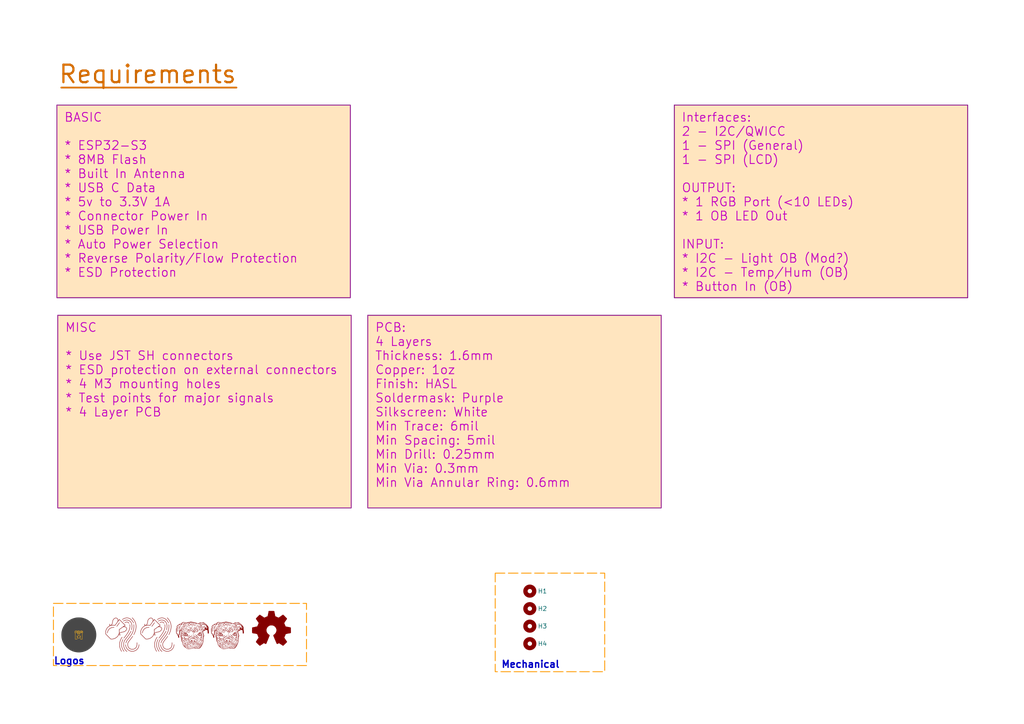
<source format=kicad_sch>
(kicad_sch (version 20250114) (generator "eeschema") (generator_version "9.0")
  (paper "A4")
  (title_block (title "Aquarius Hub") (date "<<release-date>>") (rev "<<tag>>") (comment 1 "<<hash>>"))
  (lib_symbols
    (symbol "CRGM Logos:Aquarius Logo")
    (symbol "CRGM Logos:CRGM Logo")
    (symbol "CRGM Logos:Roxy Logo" (in_bom no))
    (symbol "Graphic:Logo_Open_Hardware_Small" (in_bom no) (on_board no))
    (symbol "Mechanical:MountingHole" (pin_names (offset 1.016)) (in_bom no)
      (property "Reference" "H" (at 0 5.08 0))
      (property "Value" "MountingHole" (at 0 3.175 0))
    )
  )
  (rectangle (start 143.637 166.243) (end 175.387 194.818) (stroke (width 0.254) (type dash) (color 255 153 0 1)))
  (rectangle (start 15.494 175.006) (end 88.9 193.04) (stroke (width 0.254) (type dash) (color 255 153 0 1)))
  (text "Mechanical" (at 145.288 194.056 0) (effects (font (size 2 2) (thickness 0.4) (bold yes)) (justify left bottom)))
  (text "Requirements" (at 16.764 18.796 0) (effects (font (size 5.08 5.08) (thickness 0.635) (bold yes)) (justify left top)))
  (text "Logos" (at 15.494 193.04 0) (effects (font (size 2 2) (thickness 0.4) (bold yes)) (justify left bottom)))
  (text_box "BASIC\n\n* ESP32-S3\n* 8MB Flash\n* Built In Antenna\n* USB C Data\n* 5v to 3.3V 1A\n* Connector Power In\n* USB Power In\n* Auto Power Selection\n* Reverse Polarity/Flow Protection\n* ESD Protection" (exclude_from_sim yes) (at 16.51 30.48 0) (size 85.09 55.88) (margins 2.032 2.032 2.032 2.032) (stroke (width 0.254) (color 132 0 132 1)) (fill (type color) (color 255 229 191 1)) (effects (font (size 2.54 2.54) (thickness 0.254) (bold yes)) (justify left top)))
  (text_box "MISC\n\n* Use JST SH connectors\n* ESD protection on external connectors\n* 4 M3 mounting holes\n* Test points for major signals\n* 4 Layer PCB" (exclude_from_sim yes) (at 16.764 91.44 0) (size 85.09 55.88) (margins 2.032 2.032 2.032 2.032) (stroke (width 0.254) (color 132 0 132 1)) (fill (type color) (color 255 229 191 1)) (effects (font (size 2.54 2.54) (thickness 0.254) (bold yes)) (justify left top)))
  (text_box "PCB:\n4 Layers\nThickness: 1.6mm\nCopper: 1oz\nFinish: HASL\nSoldermask: Purple\nSilkscreen: White\nMin Trace: 6mil\nMin Spacing: 5mil\nMin Drill: 0.25mm\nMin Via: 0.3mm\nMin Via Annular Ring: 0.6mm\n\n" (exclude_from_sim yes) (at 106.68 91.44 0) (size 85.09 55.88) (margins 2.032 2.032 2.032 2.032) (stroke (width 0.254) (color 132 0 132 1)) (fill (type color) (color 255 229 191 1)) (effects (font (size 2.54 2.54) (thickness 0.254) (bold yes)) (justify left top)))
  (text_box "Interfaces:\n2 - I2C/QWICC\n1 - SPI (General)\n1 - SPI (LCD)\n\nOUTPUT:\n* 1 RGB Port (<10 LEDs)\n* 1 OB LED Out\n\nINPUT:\n* I2C - Light OB (Mod?)\n* I2C - Temp/Hum (OB)\n* Button In (OB)" (exclude_from_sim yes) (at 195.58 30.48 0) (size 85.09 55.88) (margins 2.032 2.032 2.032 2.032) (stroke (width 0.254) (color 132 0 132 1)) (fill (type color) (color 255 229 191 1)) (effects (font (size 2.54 2.54) (thickness 0.254) (bold yes)) (justify left top)))
  (polyline (pts (xy 17.78 25.4) (xy 68.58 25.4)) (stroke (width 0.508) (color 204 102 0 1)))
  (symbol (lib_id "CRGM Logos:CRGM Logo") (at 22.86 184.15 0) (unit 1)
    (property "Reference" "LOGO1" (effects (hide yes)))
    (property "Footprint" "CRGM Logos:CRGM Logo 7mm" (effects (hide yes)))
  )
  (symbol (lib_id "Graphic:Logo_Open_Hardware_Small") (at 78.74 182.88 0) (unit 1) (in_bom no)
    (property "Reference" "LOGO3" (effects (hide yes)))
    (property "Footprint" "Symbol:OSHW-Logo_5.7x6mm_SilkScreen" (effects (hide yes)))
  )
  (symbol (lib_id "CRGM Logos:Roxy Logo") (at 55.88 184.15 0) (unit 1) (in_bom no)
    (property "Reference" "LOGO5" (effects (hide yes)))
    (property "Footprint" "CRGM Logos:Roxy 6.5mm" (effects (hide yes)))
  )
  (symbol (lib_id "Mechanical:MountingHole") (at 153.67 171.45 0) (unit 1) (in_bom no)
    (property "Reference" "H1" (at 155.956 171.45 0) (effects (justify left)))
    (property "Footprint" "CRGM Mechanical:MountingHole_3.2mm_M3_Pad_Via" (effects (hide yes)))
    (property "Description" "Mounting Hole without connection" (effects (hide yes)))
  )
  (symbol (lib_id "Mechanical:MountingHole") (at 153.67 176.53 0) (unit 1) (in_bom no)
    (property "Reference" "H2" (at 155.956 176.53 0) (effects (justify left)))
    (property "Footprint" "CRGM Mechanical:MountingHole_3.2mm_M3_Pad_Via" (effects (hide yes)))
    (property "Description" "Mounting Hole without connection" (effects (hide yes)))
  )
  (symbol (lib_id "Mechanical:MountingHole") (at 153.67 181.61 0) (unit 1) (in_bom no)
    (property "Reference" "H3" (at 155.956 181.61 0) (effects (justify left)))
    (property "Footprint" "CRGM Mechanical:MountingHole_3.2mm_M3_Pad_Via" (effects (hide yes)))
    (property "Description" "Mounting Hole without connection" (effects (hide yes)))
  )
  (symbol (lib_id "CRGM Logos:Aquarius Logo") (at 45.72 184.15 0) (unit 1) (in_bom no)
    (property "Reference" "LOGO4" (effects (hide yes)))
    (property "Footprint" "CRGM Logos:Aquarius Logo 5mm" (effects (hide yes)))
  )
  (symbol (lib_id "CRGM Logos:Aquarius Logo") (at 35.56 184.15 0) (unit 1) (in_bom no)
    (property "Reference" "LOGO2" (effects (hide yes)))
    (property "Footprint" "CRGM Logos:Aquarius Logo 5mm" (effects (hide yes)))
  )
  (symbol (lib_id "CRGM Logos:Roxy Logo") (at 66.04 184.15 0) (unit 1) (in_bom no)
    (property "Reference" "LOGO6" (effects (hide yes)))
    (property "Footprint" "CRGM Logos:Roxy 6.5mm" (effects (hide yes)))
  )
  (symbol (lib_id "Mechanical:MountingHole") (at 153.67 186.69 0) (unit 1) (in_bom no)
    (property "Reference" "H4" (at 155.956 186.69 0) (effects (justify left)))
    (property "Footprint" "CRGM Mechanical:MountingHole_3.2mm_M3_Pad_Via" (effects (hide yes)))
    (property "Description" "Mounting Hole without connection" (effects (hide yes)))
  )
)
</source>
